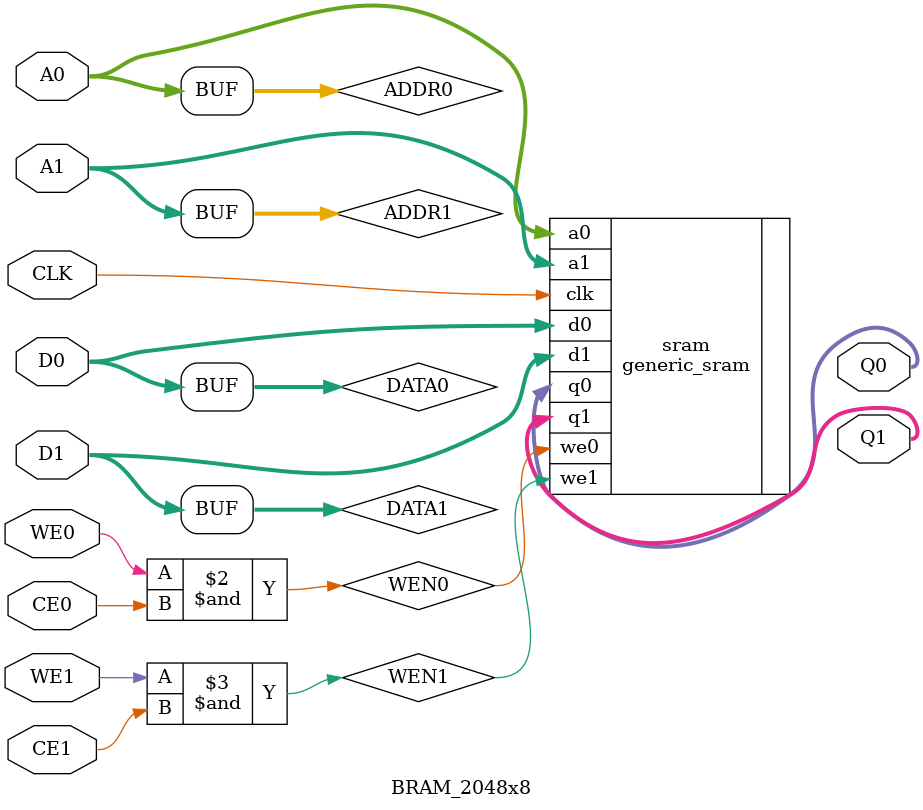
<source format=v>
`timescale 1 ps / 1 ps
module BRAM_2048x8( CLK, A0, D0, Q0, WE0, CE0, A1, D1, Q1, WE1, CE1 );

    input CLK;
    input [10:0] A0;
    input [7:0] D0;
    output [7:0] Q0;
    input WE0;
    input CE0;
    input [10:0] A1;
    input [7:0] D1;
    output [7:0] Q1;
    input WE1;
    input CE1;

    reg [10:0]  ADDR0;
    reg [10:0]  ADDR1;
    reg WEN0;
    reg WEN1;
    reg [7:0] DATA0;
    reg [7:0] DATA1;

    always @(*) begin
	#5
	ADDR0 = A0;
	ADDR1 = A1;
	WEN0 = WE0 & CE0;
	WEN1 = WE1 & CE1;
	DATA0 = D0;
	DATA1 = D1;
    end
  
    // generic SRAM for comp-kernel-only synthesis
    generic_sram
        #(
          .abits(11),
          .dbits(8)
         )
    sram
        (
         .clk(CLK),
         .a0(ADDR0),
         .a1(ADDR1),
         .d0(DATA0),
         .d1(DATA1),
         .q0(Q0),
         .q1(Q1),
         .we0(WEN0),
         .we1(WEN1)
        );

endmodule

</source>
